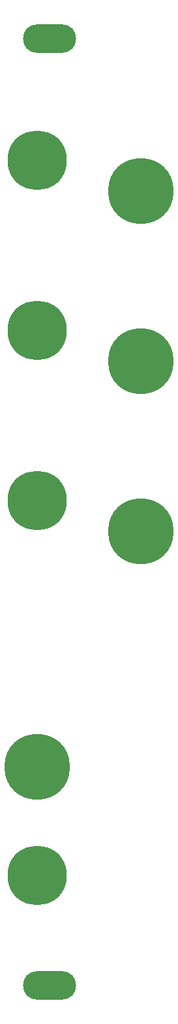
<source format=gbr>
G04 #@! TF.GenerationSoftware,KiCad,Pcbnew,(5.1.6-0-10_14)*
G04 #@! TF.CreationDate,2020-07-27T13:44:28+02:00*
G04 #@! TF.ProjectId,HelloWorld-panel,48656c6c-6f57-46f7-926c-642d70616e65,rev?*
G04 #@! TF.SameCoordinates,Original*
G04 #@! TF.FileFunction,Copper,L1,Top*
G04 #@! TF.FilePolarity,Positive*
%FSLAX46Y46*%
G04 Gerber Fmt 4.6, Leading zero omitted, Abs format (unit mm)*
G04 Created by KiCad (PCBNEW (5.1.6-0-10_14)) date 2020-07-27 13:44:28*
%MOMM*%
%LPD*%
G01*
G04 APERTURE LIST*
G04 #@! TA.AperFunction,ComponentPad*
%ADD10C,8.500000*%
G04 #@! TD*
G04 #@! TA.AperFunction,ComponentPad*
%ADD11C,7.700000*%
G04 #@! TD*
G04 #@! TA.AperFunction,ComponentPad*
%ADD12O,6.900000X3.700000*%
G04 #@! TD*
G04 APERTURE END LIST*
D10*
X107500000Y-117250000D03*
D11*
X107500000Y-131250000D03*
X107500000Y-82750000D03*
X107500000Y-60750000D03*
X107500000Y-38750000D03*
D10*
X121000000Y-86750000D03*
X121000000Y-64750000D03*
X121000000Y-42750000D03*
D12*
X109100000Y-23000000D03*
X109100000Y-145500000D03*
M02*

</source>
